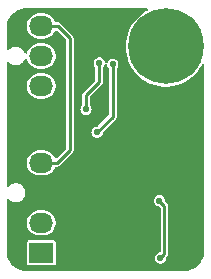
<source format=gbl>
G04 #@! TF.GenerationSoftware,KiCad,Pcbnew,8.0.7-1.fc41*
G04 #@! TF.CreationDate,2025-02-15T00:44:52+02:00*
G04 #@! TF.ProjectId,fan_pwm_to_rotor_lock,66616e5f-7077-46d5-9f74-6f5f726f746f,rev?*
G04 #@! TF.SameCoordinates,Original*
G04 #@! TF.FileFunction,Copper,L2,Bot*
G04 #@! TF.FilePolarity,Positive*
%FSLAX46Y46*%
G04 Gerber Fmt 4.6, Leading zero omitted, Abs format (unit mm)*
G04 Created by KiCad (PCBNEW 8.0.7-1.fc41) date 2025-02-15 00:44:52*
%MOMM*%
%LPD*%
G01*
G04 APERTURE LIST*
G04 #@! TA.AperFunction,ComponentPad*
%ADD10C,0.800000*%
G04 #@! TD*
G04 #@! TA.AperFunction,ComponentPad*
%ADD11C,6.400000*%
G04 #@! TD*
G04 #@! TA.AperFunction,ComponentPad*
%ADD12R,2.030000X1.730000*%
G04 #@! TD*
G04 #@! TA.AperFunction,ComponentPad*
%ADD13O,2.030000X1.730000*%
G04 #@! TD*
G04 #@! TA.AperFunction,ViaPad*
%ADD14C,0.550000*%
G04 #@! TD*
G04 #@! TA.AperFunction,Conductor*
%ADD15C,0.250000*%
G04 #@! TD*
G04 APERTURE END LIST*
D10*
X39662400Y-19253200D03*
X40365344Y-17556144D03*
X40365344Y-20950256D03*
X42062400Y-16853200D03*
D11*
X42062400Y-19253200D03*
D10*
X42062400Y-21653200D03*
X43759456Y-17556144D03*
X43759456Y-20950256D03*
X44462400Y-19253200D03*
D12*
X31521400Y-36728400D03*
D13*
X31521400Y-34188400D03*
X31521400Y-31648400D03*
X31521400Y-29108400D03*
D12*
X31521400Y-25146000D03*
D13*
X31521400Y-22606000D03*
X31521400Y-20066000D03*
X31521400Y-17526000D03*
D14*
X35712400Y-21615400D03*
X37566600Y-20751800D03*
X36242700Y-26517600D03*
X36423600Y-20650200D03*
X35306000Y-24587200D03*
X40995600Y-25628600D03*
X39751000Y-29514800D03*
X37769800Y-34010600D03*
X41605200Y-37160200D03*
X41512570Y-32311977D03*
D15*
X35306000Y-23393400D02*
X35306000Y-24587200D01*
X36423600Y-20650200D02*
X36423600Y-22275800D01*
X36423600Y-22275800D02*
X35306000Y-23393400D01*
X36242700Y-26517600D02*
X37566600Y-25193700D01*
X37566600Y-25193700D02*
X37566600Y-20751800D01*
X41935400Y-32734807D02*
X41935400Y-36830000D01*
X41512570Y-32311977D02*
X41935400Y-32734807D01*
X41935400Y-36830000D02*
X41605200Y-37160200D01*
X31521400Y-17526000D02*
X32893000Y-17526000D01*
X32893000Y-17526000D02*
X33934400Y-18567400D01*
X33934400Y-18567400D02*
X33934400Y-28016200D01*
X33934400Y-28016200D02*
X32842200Y-29108400D01*
X32842200Y-29108400D02*
X31521400Y-29108400D01*
G04 #@! TA.AperFunction,Conductor*
G36*
X40504183Y-16017385D02*
G01*
X40549938Y-16070189D01*
X40559882Y-16139347D01*
X40530857Y-16202903D01*
X40489210Y-16234239D01*
X40467246Y-16244400D01*
X40467242Y-16244402D01*
X40414984Y-16275845D01*
X40151281Y-16434510D01*
X40117092Y-16460500D01*
X39857730Y-16657661D01*
X39857730Y-16657662D01*
X39590026Y-16911244D01*
X39351309Y-17192283D01*
X39144379Y-17497482D01*
X39144373Y-17497491D01*
X38971661Y-17823261D01*
X38971655Y-17823273D01*
X38835170Y-18165828D01*
X38835168Y-18165834D01*
X38736528Y-18521105D01*
X38736522Y-18521131D01*
X38676870Y-18884986D01*
X38676869Y-18884999D01*
X38676869Y-18885001D01*
X38656906Y-19253200D01*
X38673610Y-19561298D01*
X38676869Y-19621396D01*
X38676870Y-19621413D01*
X38736522Y-19985268D01*
X38736528Y-19985294D01*
X38835168Y-20340565D01*
X38835170Y-20340571D01*
X38835172Y-20340577D01*
X38835173Y-20340579D01*
X38855056Y-20390482D01*
X38971655Y-20683126D01*
X38971661Y-20683138D01*
X39144373Y-21008908D01*
X39144376Y-21008913D01*
X39144378Y-21008916D01*
X39351310Y-21314117D01*
X39590027Y-21595156D01*
X39857730Y-21848738D01*
X40151281Y-22071890D01*
X40467238Y-22261995D01*
X40467240Y-22261996D01*
X40467242Y-22261997D01*
X40467246Y-22261999D01*
X40589702Y-22318653D01*
X40801897Y-22416825D01*
X41151334Y-22534564D01*
X41511452Y-22613832D01*
X41878030Y-22653700D01*
X41878036Y-22653700D01*
X42246764Y-22653700D01*
X42246770Y-22653700D01*
X42613348Y-22613832D01*
X42973466Y-22534564D01*
X43322903Y-22416825D01*
X43657562Y-22261995D01*
X43973519Y-22071890D01*
X44267070Y-21848738D01*
X44534773Y-21595156D01*
X44773490Y-21314117D01*
X44980422Y-21008916D01*
X45084345Y-20812895D01*
X45133138Y-20762888D01*
X45201223Y-20747196D01*
X45266983Y-20770806D01*
X45309539Y-20826219D01*
X45317900Y-20870980D01*
X45317900Y-36552772D01*
X45317584Y-36561618D01*
X45301234Y-36790217D01*
X45298716Y-36807729D01*
X45250943Y-37027337D01*
X45245959Y-37044312D01*
X45167419Y-37254888D01*
X45160069Y-37270982D01*
X45052359Y-37468236D01*
X45042794Y-37483119D01*
X44908110Y-37663036D01*
X44896524Y-37676407D01*
X44737607Y-37835324D01*
X44724236Y-37846910D01*
X44544319Y-37981594D01*
X44529436Y-37991159D01*
X44332182Y-38098869D01*
X44316088Y-38106219D01*
X44105512Y-38184759D01*
X44088537Y-38189743D01*
X43868929Y-38237516D01*
X43851417Y-38240034D01*
X43622818Y-38256384D01*
X43613972Y-38256700D01*
X30274628Y-38256700D01*
X30265782Y-38256384D01*
X30037182Y-38240034D01*
X30019670Y-38237516D01*
X29800062Y-38189743D01*
X29783087Y-38184759D01*
X29572511Y-38106219D01*
X29556417Y-38098869D01*
X29359163Y-37991159D01*
X29344280Y-37981594D01*
X29164363Y-37846910D01*
X29150992Y-37835324D01*
X28992075Y-37676407D01*
X28980489Y-37663036D01*
X28845805Y-37483119D01*
X28836240Y-37468236D01*
X28741941Y-37295542D01*
X28728527Y-37270977D01*
X28721183Y-37254894D01*
X28642637Y-37044303D01*
X28637658Y-37027344D01*
X28589883Y-36807729D01*
X28587365Y-36790217D01*
X28571016Y-36561618D01*
X28570700Y-36552772D01*
X28570700Y-35843647D01*
X30305900Y-35843647D01*
X30305900Y-37613152D01*
X30317531Y-37671629D01*
X30317532Y-37671630D01*
X30361847Y-37737952D01*
X30428169Y-37782267D01*
X30428170Y-37782268D01*
X30486647Y-37793899D01*
X30486650Y-37793900D01*
X30486652Y-37793900D01*
X32556150Y-37793900D01*
X32556151Y-37793899D01*
X32570968Y-37790952D01*
X32614629Y-37782268D01*
X32614629Y-37782267D01*
X32614631Y-37782267D01*
X32680952Y-37737952D01*
X32725267Y-37671631D01*
X32725267Y-37671629D01*
X32725268Y-37671629D01*
X32736899Y-37613152D01*
X32736900Y-37613150D01*
X32736900Y-35843649D01*
X32736899Y-35843647D01*
X32725268Y-35785170D01*
X32725267Y-35785169D01*
X32680952Y-35718847D01*
X32614630Y-35674532D01*
X32614629Y-35674531D01*
X32556152Y-35662900D01*
X32556148Y-35662900D01*
X30486652Y-35662900D01*
X30486647Y-35662900D01*
X30428170Y-35674531D01*
X30428169Y-35674532D01*
X30361847Y-35718847D01*
X30317532Y-35785169D01*
X30317531Y-35785170D01*
X30305900Y-35843647D01*
X28570700Y-35843647D01*
X28570700Y-34293345D01*
X30305899Y-34293345D01*
X30346845Y-34499189D01*
X30346847Y-34499195D01*
X30427165Y-34693101D01*
X30543773Y-34867618D01*
X30692181Y-35016026D01*
X30866698Y-35132634D01*
X30963651Y-35172793D01*
X31060605Y-35212953D01*
X31060609Y-35212953D01*
X31060610Y-35212954D01*
X31266454Y-35253900D01*
X31266457Y-35253900D01*
X31776345Y-35253900D01*
X31914833Y-35226352D01*
X31982195Y-35212953D01*
X32176103Y-35132633D01*
X32350616Y-35016028D01*
X32499028Y-34867616D01*
X32615633Y-34693103D01*
X32695953Y-34499195D01*
X32736900Y-34293343D01*
X32736900Y-34083457D01*
X32736900Y-34083454D01*
X32695954Y-33877610D01*
X32695953Y-33877609D01*
X32695953Y-33877605D01*
X32655793Y-33780651D01*
X32615634Y-33683698D01*
X32499026Y-33509181D01*
X32350618Y-33360773D01*
X32176101Y-33244165D01*
X31982195Y-33163847D01*
X31982189Y-33163845D01*
X31776345Y-33122900D01*
X31776343Y-33122900D01*
X31266457Y-33122900D01*
X31266455Y-33122900D01*
X31060610Y-33163845D01*
X31060604Y-33163847D01*
X30866698Y-33244165D01*
X30692181Y-33360773D01*
X30543773Y-33509181D01*
X30427165Y-33683698D01*
X30346847Y-33877604D01*
X30346845Y-33877610D01*
X30305900Y-34083454D01*
X30305900Y-34083457D01*
X30305900Y-34293343D01*
X30305900Y-34293345D01*
X30305899Y-34293345D01*
X28570700Y-34293345D01*
X28570700Y-32289141D01*
X28590385Y-32222102D01*
X28643189Y-32176347D01*
X28712347Y-32166403D01*
X28775903Y-32195428D01*
X28782381Y-32201460D01*
X28851107Y-32270186D01*
X28851111Y-32270189D01*
X28982214Y-32357790D01*
X28982227Y-32357797D01*
X29127898Y-32418135D01*
X29127903Y-32418137D01*
X29274585Y-32447314D01*
X29282553Y-32448899D01*
X29282556Y-32448900D01*
X29282558Y-32448900D01*
X29440244Y-32448900D01*
X29440245Y-32448899D01*
X29594897Y-32418137D01*
X29740579Y-32357794D01*
X29809149Y-32311977D01*
X41032180Y-32311977D01*
X41051638Y-32447314D01*
X41051640Y-32447322D01*
X41108437Y-32571691D01*
X41108442Y-32571698D01*
X41197979Y-32675030D01*
X41197983Y-32675034D01*
X41258549Y-32713956D01*
X41313009Y-32748955D01*
X41378606Y-32768216D01*
X41444202Y-32787477D01*
X41444203Y-32787477D01*
X41476381Y-32787477D01*
X41543420Y-32807162D01*
X41564062Y-32823796D01*
X41573581Y-32833315D01*
X41607066Y-32894638D01*
X41609900Y-32920996D01*
X41609900Y-36570420D01*
X41590215Y-36637459D01*
X41537411Y-36683214D01*
X41520835Y-36689397D01*
X41405640Y-36723221D01*
X41290613Y-36797142D01*
X41290609Y-36797146D01*
X41201072Y-36900478D01*
X41201067Y-36900485D01*
X41144270Y-37024854D01*
X41144268Y-37024862D01*
X41124810Y-37160200D01*
X41144268Y-37295537D01*
X41144270Y-37295545D01*
X41201067Y-37419914D01*
X41201072Y-37419921D01*
X41290609Y-37523253D01*
X41290613Y-37523257D01*
X41351179Y-37562179D01*
X41405639Y-37597178D01*
X41471236Y-37616439D01*
X41536832Y-37635700D01*
X41536833Y-37635700D01*
X41673567Y-37635700D01*
X41804761Y-37597178D01*
X41919789Y-37523255D01*
X42009330Y-37419918D01*
X42066131Y-37295542D01*
X42083085Y-37177617D01*
X42112109Y-37114063D01*
X42118124Y-37107602D01*
X42195865Y-37029862D01*
X42238717Y-36955639D01*
X42238718Y-36955638D01*
X42260900Y-36872853D01*
X42260900Y-32691954D01*
X42238718Y-32609169D01*
X42238718Y-32609168D01*
X42195865Y-32534945D01*
X42025512Y-32364592D01*
X41992027Y-32303269D01*
X41990455Y-32294557D01*
X41973501Y-32176635D01*
X41961247Y-32149804D01*
X41916702Y-32052262D01*
X41916697Y-32052255D01*
X41827160Y-31948923D01*
X41827156Y-31948919D01*
X41722871Y-31881901D01*
X41712131Y-31874999D01*
X41712130Y-31874998D01*
X41712129Y-31874998D01*
X41580938Y-31836477D01*
X41580937Y-31836477D01*
X41444203Y-31836477D01*
X41444202Y-31836477D01*
X41313010Y-31874998D01*
X41197983Y-31948919D01*
X41197979Y-31948923D01*
X41108442Y-32052255D01*
X41108437Y-32052262D01*
X41051640Y-32176631D01*
X41051638Y-32176639D01*
X41032180Y-32311977D01*
X29809149Y-32311977D01*
X29871689Y-32270189D01*
X29983189Y-32158689D01*
X30070794Y-32027579D01*
X30131137Y-31881897D01*
X30161900Y-31727242D01*
X30161900Y-31569558D01*
X30161900Y-31569555D01*
X30161899Y-31569553D01*
X30131138Y-31414910D01*
X30131137Y-31414903D01*
X30131135Y-31414898D01*
X30070797Y-31269227D01*
X30070790Y-31269214D01*
X29983189Y-31138111D01*
X29983186Y-31138107D01*
X29871692Y-31026613D01*
X29871688Y-31026610D01*
X29740585Y-30939009D01*
X29740572Y-30939002D01*
X29594901Y-30878664D01*
X29594889Y-30878661D01*
X29440245Y-30847900D01*
X29440242Y-30847900D01*
X29282558Y-30847900D01*
X29282555Y-30847900D01*
X29127910Y-30878661D01*
X29127898Y-30878664D01*
X28982227Y-30939002D01*
X28982214Y-30939009D01*
X28851111Y-31026610D01*
X28851107Y-31026613D01*
X28782381Y-31095340D01*
X28721058Y-31128825D01*
X28651366Y-31123841D01*
X28595433Y-31081969D01*
X28571016Y-31016505D01*
X28570700Y-31007659D01*
X28570700Y-22710945D01*
X30305899Y-22710945D01*
X30346845Y-22916789D01*
X30346847Y-22916795D01*
X30427165Y-23110701D01*
X30543773Y-23285218D01*
X30692181Y-23433626D01*
X30866698Y-23550234D01*
X30937568Y-23579589D01*
X31060605Y-23630553D01*
X31060609Y-23630553D01*
X31060610Y-23630554D01*
X31266454Y-23671500D01*
X31266457Y-23671500D01*
X31776345Y-23671500D01*
X31914833Y-23643952D01*
X31982195Y-23630553D01*
X32176103Y-23550233D01*
X32350616Y-23433628D01*
X32499028Y-23285216D01*
X32615633Y-23110703D01*
X32695953Y-22916795D01*
X32736900Y-22710943D01*
X32736900Y-22501057D01*
X32736900Y-22501054D01*
X32695954Y-22295210D01*
X32695953Y-22295209D01*
X32695953Y-22295205D01*
X32655793Y-22198251D01*
X32615634Y-22101298D01*
X32499026Y-21926781D01*
X32350618Y-21778373D01*
X32176101Y-21661765D01*
X31982195Y-21581447D01*
X31982189Y-21581445D01*
X31776345Y-21540500D01*
X31776343Y-21540500D01*
X31266457Y-21540500D01*
X31266455Y-21540500D01*
X31060610Y-21581445D01*
X31060604Y-21581447D01*
X30866698Y-21661765D01*
X30692181Y-21778373D01*
X30543773Y-21926781D01*
X30427165Y-22101298D01*
X30346847Y-22295204D01*
X30346845Y-22295210D01*
X30305900Y-22501054D01*
X30305900Y-22501057D01*
X30305900Y-22710943D01*
X30305900Y-22710945D01*
X30305899Y-22710945D01*
X28570700Y-22710945D01*
X28570700Y-20706741D01*
X28590385Y-20639702D01*
X28643189Y-20593947D01*
X28712347Y-20584003D01*
X28775903Y-20613028D01*
X28782381Y-20619060D01*
X28851107Y-20687786D01*
X28851111Y-20687789D01*
X28982214Y-20775390D01*
X28982227Y-20775397D01*
X29103746Y-20825731D01*
X29127903Y-20835737D01*
X29282553Y-20866499D01*
X29282556Y-20866500D01*
X29282558Y-20866500D01*
X29440244Y-20866500D01*
X29440245Y-20866499D01*
X29594897Y-20835737D01*
X29716079Y-20785542D01*
X29740572Y-20775397D01*
X29740572Y-20775396D01*
X29740579Y-20775394D01*
X29871689Y-20687789D01*
X29983189Y-20576289D01*
X30070794Y-20445179D01*
X30110048Y-20350410D01*
X30153887Y-20296009D01*
X30220181Y-20273943D01*
X30287880Y-20291221D01*
X30335491Y-20342358D01*
X30346224Y-20373666D01*
X30346845Y-20376788D01*
X30346847Y-20376795D01*
X30427165Y-20570701D01*
X30543773Y-20745218D01*
X30692181Y-20893626D01*
X30866698Y-21010234D01*
X30955245Y-21046911D01*
X31060605Y-21090553D01*
X31060609Y-21090553D01*
X31060610Y-21090554D01*
X31266454Y-21131500D01*
X31266457Y-21131500D01*
X31776345Y-21131500D01*
X31914833Y-21103952D01*
X31982195Y-21090553D01*
X32173001Y-21011518D01*
X32176101Y-21010234D01*
X32176101Y-21010233D01*
X32176103Y-21010233D01*
X32350616Y-20893628D01*
X32499028Y-20745216D01*
X32615633Y-20570703D01*
X32695953Y-20376795D01*
X32728490Y-20213222D01*
X32736900Y-20170945D01*
X32736900Y-19961054D01*
X32695954Y-19755210D01*
X32695953Y-19755209D01*
X32695953Y-19755205D01*
X32640527Y-19621396D01*
X32615634Y-19561298D01*
X32499026Y-19386781D01*
X32350618Y-19238373D01*
X32176101Y-19121765D01*
X31982195Y-19041447D01*
X31982189Y-19041445D01*
X31776345Y-19000500D01*
X31776343Y-19000500D01*
X31266457Y-19000500D01*
X31266455Y-19000500D01*
X31060610Y-19041445D01*
X31060604Y-19041447D01*
X30866698Y-19121765D01*
X30692181Y-19238373D01*
X30543773Y-19386781D01*
X30427165Y-19561298D01*
X30346847Y-19755204D01*
X30346846Y-19755209D01*
X30346224Y-19758335D01*
X30345447Y-19759819D01*
X30345078Y-19761037D01*
X30344847Y-19760966D01*
X30313834Y-19820244D01*
X30253116Y-19854814D01*
X30183347Y-19851069D01*
X30126677Y-19810198D01*
X30110047Y-19781587D01*
X30070797Y-19686826D01*
X30070790Y-19686814D01*
X29983189Y-19555711D01*
X29983186Y-19555707D01*
X29871692Y-19444213D01*
X29871688Y-19444210D01*
X29740585Y-19356609D01*
X29740572Y-19356602D01*
X29594901Y-19296264D01*
X29594889Y-19296261D01*
X29440245Y-19265500D01*
X29440242Y-19265500D01*
X29282558Y-19265500D01*
X29282555Y-19265500D01*
X29127910Y-19296261D01*
X29127898Y-19296264D01*
X28982227Y-19356602D01*
X28982214Y-19356609D01*
X28851111Y-19444210D01*
X28851107Y-19444213D01*
X28782381Y-19512940D01*
X28721058Y-19546425D01*
X28651366Y-19541441D01*
X28595433Y-19499569D01*
X28571016Y-19434105D01*
X28570700Y-19425259D01*
X28570700Y-17701627D01*
X28571016Y-17692781D01*
X28573529Y-17657638D01*
X28575438Y-17630945D01*
X30305899Y-17630945D01*
X30346845Y-17836789D01*
X30346847Y-17836795D01*
X30427165Y-18030701D01*
X30543773Y-18205218D01*
X30692181Y-18353626D01*
X30866698Y-18470234D01*
X30963651Y-18510393D01*
X31060605Y-18550553D01*
X31060609Y-18550553D01*
X31060610Y-18550554D01*
X31266454Y-18591500D01*
X31266457Y-18591500D01*
X31776345Y-18591500D01*
X31914833Y-18563952D01*
X31982195Y-18550553D01*
X32176103Y-18470233D01*
X32350616Y-18353628D01*
X32499028Y-18205216D01*
X32615633Y-18030703D01*
X32638852Y-17974647D01*
X32682691Y-17920246D01*
X32748985Y-17898180D01*
X32816684Y-17915458D01*
X32841093Y-17934420D01*
X33572581Y-18665908D01*
X33606066Y-18727231D01*
X33608900Y-18753589D01*
X33608900Y-27830011D01*
X33589215Y-27897050D01*
X33572581Y-27917692D01*
X32826214Y-28664058D01*
X32764891Y-28697543D01*
X32695199Y-28692559D01*
X32639266Y-28650687D01*
X32623973Y-28623831D01*
X32615633Y-28603697D01*
X32499028Y-28429184D01*
X32499026Y-28429181D01*
X32350618Y-28280773D01*
X32176101Y-28164165D01*
X31982195Y-28083847D01*
X31982189Y-28083845D01*
X31776345Y-28042900D01*
X31776343Y-28042900D01*
X31266457Y-28042900D01*
X31266455Y-28042900D01*
X31060610Y-28083845D01*
X31060604Y-28083847D01*
X30866698Y-28164165D01*
X30692181Y-28280773D01*
X30543773Y-28429181D01*
X30427165Y-28603698D01*
X30346847Y-28797604D01*
X30346845Y-28797610D01*
X30305900Y-29003454D01*
X30305900Y-29003457D01*
X30305900Y-29213343D01*
X30305900Y-29213345D01*
X30305899Y-29213345D01*
X30346845Y-29419189D01*
X30346847Y-29419195D01*
X30427165Y-29613101D01*
X30543773Y-29787618D01*
X30692181Y-29936026D01*
X30866698Y-30052634D01*
X30963651Y-30092793D01*
X31060605Y-30132953D01*
X31060609Y-30132953D01*
X31060610Y-30132954D01*
X31266454Y-30173900D01*
X31266457Y-30173900D01*
X31776345Y-30173900D01*
X31914833Y-30146352D01*
X31982195Y-30132953D01*
X32176103Y-30052633D01*
X32350616Y-29936028D01*
X32499028Y-29787616D01*
X32615633Y-29613103D01*
X32658155Y-29510447D01*
X32701996Y-29456044D01*
X32768290Y-29433979D01*
X32772716Y-29433900D01*
X32885051Y-29433900D01*
X32885053Y-29433900D01*
X32967839Y-29411718D01*
X33042062Y-29368865D01*
X34194865Y-28216062D01*
X34237718Y-28141839D01*
X34259900Y-28059053D01*
X34259900Y-27973347D01*
X34259900Y-24587200D01*
X34825610Y-24587200D01*
X34845068Y-24722537D01*
X34845070Y-24722545D01*
X34901867Y-24846914D01*
X34901872Y-24846921D01*
X34991409Y-24950253D01*
X34991413Y-24950257D01*
X35051979Y-24989179D01*
X35106439Y-25024178D01*
X35172036Y-25043439D01*
X35237632Y-25062700D01*
X35237633Y-25062700D01*
X35374367Y-25062700D01*
X35505561Y-25024178D01*
X35620589Y-24950255D01*
X35710130Y-24846918D01*
X35766931Y-24722542D01*
X35786390Y-24587200D01*
X35766931Y-24451858D01*
X35754677Y-24425027D01*
X35710132Y-24327485D01*
X35710127Y-24327477D01*
X35661787Y-24271690D01*
X35632762Y-24208135D01*
X35631500Y-24190488D01*
X35631500Y-23579589D01*
X35651185Y-23512550D01*
X35667819Y-23491908D01*
X36049026Y-23110701D01*
X36684065Y-22475662D01*
X36726918Y-22401439D01*
X36749100Y-22318653D01*
X36749100Y-22232947D01*
X36749100Y-21046911D01*
X36768785Y-20979872D01*
X36779382Y-20965714D01*
X36827730Y-20909918D01*
X36866177Y-20825729D01*
X36911930Y-20772928D01*
X36978969Y-20753243D01*
X37046009Y-20772927D01*
X37091764Y-20825731D01*
X37101708Y-20859595D01*
X37105668Y-20887137D01*
X37105670Y-20887145D01*
X37162467Y-21011514D01*
X37162469Y-21011516D01*
X37162470Y-21011518D01*
X37210813Y-21067309D01*
X37239838Y-21130863D01*
X37241100Y-21148511D01*
X37241100Y-25007511D01*
X37221415Y-25074550D01*
X37204781Y-25095192D01*
X36294192Y-26005781D01*
X36232869Y-26039266D01*
X36206511Y-26042100D01*
X36174332Y-26042100D01*
X36043140Y-26080621D01*
X35928113Y-26154542D01*
X35928109Y-26154546D01*
X35838572Y-26257878D01*
X35838567Y-26257885D01*
X35781770Y-26382254D01*
X35781768Y-26382262D01*
X35762310Y-26517600D01*
X35781768Y-26652937D01*
X35781770Y-26652945D01*
X35838567Y-26777314D01*
X35838572Y-26777321D01*
X35928109Y-26880653D01*
X35928113Y-26880657D01*
X35988679Y-26919579D01*
X36043139Y-26954578D01*
X36108736Y-26973839D01*
X36174332Y-26993100D01*
X36174333Y-26993100D01*
X36311067Y-26993100D01*
X36442261Y-26954578D01*
X36557289Y-26880655D01*
X36646830Y-26777318D01*
X36703631Y-26652942D01*
X36720586Y-26535015D01*
X36749609Y-26471462D01*
X36755628Y-26464997D01*
X37827065Y-25393562D01*
X37869917Y-25319339D01*
X37869918Y-25319338D01*
X37892100Y-25236553D01*
X37892100Y-21148511D01*
X37911785Y-21081472D01*
X37922382Y-21067314D01*
X37970730Y-21011518D01*
X37971317Y-21010234D01*
X38017129Y-20909918D01*
X38027531Y-20887142D01*
X38046990Y-20751800D01*
X38027531Y-20616458D01*
X37993711Y-20542402D01*
X37970732Y-20492085D01*
X37970727Y-20492078D01*
X37881190Y-20388746D01*
X37881186Y-20388742D01*
X37766159Y-20314821D01*
X37634968Y-20276300D01*
X37634967Y-20276300D01*
X37498233Y-20276300D01*
X37498232Y-20276300D01*
X37367040Y-20314821D01*
X37252013Y-20388742D01*
X37252009Y-20388746D01*
X37162472Y-20492078D01*
X37162469Y-20492083D01*
X37124023Y-20576268D01*
X37078268Y-20629072D01*
X37011228Y-20648756D01*
X36944189Y-20629071D01*
X36898434Y-20576267D01*
X36888491Y-20542402D01*
X36884531Y-20514858D01*
X36852712Y-20445185D01*
X36827732Y-20390485D01*
X36827727Y-20390478D01*
X36738190Y-20287146D01*
X36738186Y-20287142D01*
X36623159Y-20213221D01*
X36491968Y-20174700D01*
X36491967Y-20174700D01*
X36355233Y-20174700D01*
X36355232Y-20174700D01*
X36224040Y-20213221D01*
X36109013Y-20287142D01*
X36109009Y-20287146D01*
X36019472Y-20390478D01*
X36019467Y-20390485D01*
X35962670Y-20514854D01*
X35962668Y-20514862D01*
X35943210Y-20650200D01*
X35962668Y-20785537D01*
X35962670Y-20785545D01*
X36019467Y-20909914D01*
X36019469Y-20909916D01*
X36019470Y-20909918D01*
X36067813Y-20965709D01*
X36096838Y-21029263D01*
X36098100Y-21046911D01*
X36098100Y-22089611D01*
X36078415Y-22156650D01*
X36061781Y-22177292D01*
X35045537Y-23193535D01*
X35045533Y-23193541D01*
X35002681Y-23267761D01*
X35002682Y-23267762D01*
X34980500Y-23350547D01*
X34980500Y-24190488D01*
X34960815Y-24257527D01*
X34950213Y-24271690D01*
X34901872Y-24327477D01*
X34901867Y-24327485D01*
X34845070Y-24451854D01*
X34845068Y-24451862D01*
X34825610Y-24587200D01*
X34259900Y-24587200D01*
X34259900Y-18524547D01*
X34237718Y-18441762D01*
X34237718Y-18441761D01*
X34194865Y-18367538D01*
X33092862Y-17265535D01*
X33055750Y-17244108D01*
X33018640Y-17222682D01*
X32971633Y-17210087D01*
X32935853Y-17200500D01*
X32935852Y-17200500D01*
X32772716Y-17200500D01*
X32705677Y-17180815D01*
X32659922Y-17128011D01*
X32658155Y-17123953D01*
X32615634Y-17021298D01*
X32499026Y-16846781D01*
X32350618Y-16698373D01*
X32176101Y-16581765D01*
X31982195Y-16501447D01*
X31982189Y-16501445D01*
X31776345Y-16460500D01*
X31776343Y-16460500D01*
X31266457Y-16460500D01*
X31266455Y-16460500D01*
X31060610Y-16501445D01*
X31060604Y-16501447D01*
X30866698Y-16581765D01*
X30692181Y-16698373D01*
X30543773Y-16846781D01*
X30427165Y-17021298D01*
X30346847Y-17215204D01*
X30346845Y-17215210D01*
X30305900Y-17421054D01*
X30305900Y-17421057D01*
X30305900Y-17630943D01*
X30305900Y-17630945D01*
X30305899Y-17630945D01*
X28575438Y-17630945D01*
X28587365Y-17464177D01*
X28589883Y-17446670D01*
X28595455Y-17421057D01*
X28637659Y-17227051D01*
X28642636Y-17210100D01*
X28721185Y-16999499D01*
X28728525Y-16983427D01*
X28836244Y-16786156D01*
X28845800Y-16771286D01*
X28980494Y-16591356D01*
X28992068Y-16577999D01*
X29150999Y-16419068D01*
X29164356Y-16407494D01*
X29344286Y-16272800D01*
X29359156Y-16263244D01*
X29556427Y-16155525D01*
X29572499Y-16148185D01*
X29783100Y-16069636D01*
X29800051Y-16064659D01*
X30019672Y-16016882D01*
X30037177Y-16014365D01*
X30265782Y-15998016D01*
X30274628Y-15997700D01*
X30317795Y-15997700D01*
X40437144Y-15997700D01*
X40504183Y-16017385D01*
G37*
G04 #@! TD.AperFunction*
M02*

</source>
